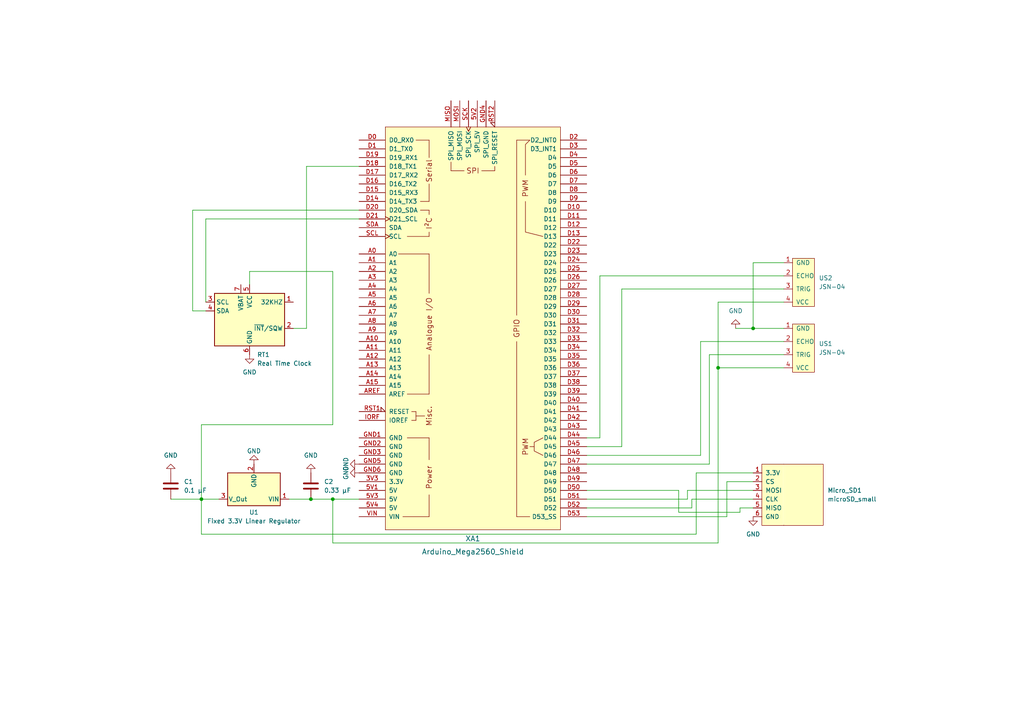
<source format=kicad_sch>
(kicad_sch (version 20230121) (generator eeschema)
  (paper "A4")
  (lib_symbols
    (symbol "ARTS-Lab:HCSR04" (pin_names (offset 1.016))
      (property "Reference" "Ultrasonic_sensor" (at 0 2.54 0))
      (property "Value" "HCSR04" (at 0 3.81 0))
      (symbol "HCSR04_0_1"
        (rectangle (start -7.62 1.27) (end 6.35 -5.08) (fill (type background)))
      )
      (symbol "HCSR04_1_1"
        (pin passive line (at -6.35 -7.62 90) (length 2.54) (name "GND") (number "1"))
        (pin passive line (at -2.54 -7.62 90) (length 2.54) (name "ECHO") (number "2"))
        (pin passive line (at 1.27 -7.62 90) (length 2.54) (name "TRIG") (number "3"))
        (pin passive line (at 5.08 -7.62 90) (length 2.54) (name "VCC") (number "4"))
      )
    )
    (symbol "ARTS-Lab:microSD_small" (pin_names (offset 1.016))
      (property "Reference" "Micro_SD" (at 0 -7.62 0))
      (property "Value" "microSD_small" (at 0 -3.81 0))
      (symbol "microSD_small_0_1"
        (polyline (pts (xy -8.89 -11.43) (xy -8.89 -17.78) (xy 8.89 -17.78) (xy 8.89 -11.43)) (fill (type background)))
        (polyline (pts (xy -8.89 -11.43) (xy -8.89 0) (xy 8.89 0) (xy 8.89 -11.43)) (fill (type background)))
      )
      (symbol "microSD_small_1_1"
        (pin input line (at -6.35 -20.32 90) (length 2.54) (name "3.3V") (number "1"))
        (pin input line (at -3.81 -20.32 90) (length 2.54) (name "CS") (number "2"))
        (pin input line (at -1.27 -20.32 90) (length 2.54) (name "MOSI") (number "3"))
        (pin input line (at 1.27 -20.32 90) (length 2.54) (name "CLK") (number "4"))
        (pin input line (at 3.81 -20.32 90) (length 2.54) (name "MISO") (number "5"))
        (pin input line (at 6.35 -20.32 90) (length 2.54) (name "GND") (number "6"))
      )
    )
    (symbol "Arduino_Boards:Arduino_Mega2560_Shield" (pin_names (offset 1.016))
      (property "Reference" "XA" (at 2.54 0 90))
      (property "Value" "Arduino_Mega2560_Shield" (at -2.54 0 90))
      (symbol "Arduino_Mega2560_Shield_0_0"
        (rectangle (start -25.4 -58.42) (end 25.4 58.42) (fill (type background)))
        (rectangle (start -20.32 -54.61) (end -12.7 -54.61))
        (rectangle (start -19.05 -31.75) (end -12.7 -31.75))
        (rectangle (start -19.05 -19.05) (end -12.7 -19.05))
        (rectangle (start -19.05 26.67) (end -12.7 26.67))
        (rectangle (start -17.78 -26.67) (end -16.51 -26.67))
        (rectangle (start -17.78 -24.13) (end -16.51 -24.13))
        (rectangle (start -16.51 -25.4) (end -13.97 -25.4))
        (rectangle (start -16.51 -24.13) (end -16.51 -26.67))
        (rectangle (start -16.51 54.61) (end -12.7 54.61))
        (rectangle (start -15.24 34.29) (end -12.7 34.29))
        (rectangle (start -15.24 36.83) (end -12.7 36.83))
        (rectangle (start -12.7 -54.61) (end -12.7 -48.26))
        (rectangle (start -12.7 -31.75) (end -12.7 -38.1))
        (rectangle (start -12.7 26.67) (end -12.7 27.94))
        (rectangle (start -12.7 34.29) (end -12.7 33.02))
        (rectangle (start -12.7 41.91) (end -12.7 36.83))
        (rectangle (start -12.7 49.53) (end -12.7 54.61))
        (rectangle (start -6.35 48.26) (end -6.35 45.72))
        (rectangle (start -2.54 45.72) (end -6.35 45.72))
        (polyline (pts (xy -21.59 21.59) (xy -12.7 21.59)))
        (polyline (pts (xy -12.7 -19.05) (xy -12.7 -7.62)))
        (polyline (pts (xy -12.7 10.16) (xy -12.7 21.59)))
        (polyline (pts (xy 12.7 -54.61) (xy 16.51 -54.61)))
        (polyline (pts (xy 12.7 54.61) (xy 16.51 54.61)))
        (polyline (pts (xy 17.78 -34.29) (xy 16.51 -34.29)))
        (polyline (pts (xy 15.24 36.83) (xy 15.24 27.94) (xy 20.32 26.67)))
        (polyline (pts (xy 15.24 44.45) (xy 15.24 53.34) (xy 16.51 54.61)))
        (polyline (pts (xy 20.32 -31.75) (xy 17.78 -33.02) (xy 17.78 -35.56) (xy 20.32 -36.83)))
        (rectangle (start 6.35 45.72) (end 2.54 45.72))
        (rectangle (start 6.35 46.99) (end 6.35 45.72))
        (text "Analogue I/O" (at -12.7 1.27 900) (effects (font (size 1.524 1.524))))
        (text "I²C" (at -12.7 30.48 900) (effects (font (size 1.524 1.524))))
        (text "Misc." (at -12.7 -25.4 900) (effects (font (size 1.524 1.524))))
        (text "Power" (at -12.7 -43.18 900) (effects (font (size 1.524 1.524))))
        (text "PWM" (at 15.24 -34.29 900) (effects (font (size 1.524 1.524))))
        (text "PWM" (at 15.24 40.64 900) (effects (font (size 1.524 1.524))))
        (text "Serial" (at -12.7 45.72 900) (effects (font (size 1.524 1.524))))
        (text "SPI" (at 0 45.72 0) (effects (font (size 1.524 1.524))))
      )
      (symbol "Arduino_Mega2560_Shield_1_0"
        (rectangle (start 12.7 -54.61) (end 12.7 -3.81))
        (rectangle (start 12.7 54.61) (end 12.7 3.81))
        (text "GPIO" (at 12.7 0 900) (effects (font (size 1.524 1.524))))
      )
      (symbol "Arduino_Mega2560_Shield_1_1"
        (pin power_in line (at -33.02 -44.45 0) (length 7.62) (name "3.3V") (number "3V3"))
        (pin power_in line (at -33.02 -46.99 0) (length 7.62) (name "5V") (number "5V1"))
        (pin power_in line (at 1.27 66.04 270) (length 7.62) (name "SPI_5V") (number "5V2"))
        (pin power_in line (at -33.02 -49.53 0) (length 7.62) (name "5V") (number "5V3"))
        (pin power_in line (at -33.02 -52.07 0) (length 7.62) (name "5V") (number "5V4"))
        (pin bidirectional line (at -33.02 21.59 0) (length 7.62) (name "A0") (number "A0"))
        (pin bidirectional line (at -33.02 19.05 0) (length 7.62) (name "A1") (number "A1"))
        (pin bidirectional line (at -33.02 -3.81 0) (length 7.62) (name "A10") (number "A10"))
        (pin bidirectional line (at -33.02 -6.35 0) (length 7.62) (name "A11") (number "A11"))
        (pin bidirectional line (at -33.02 -8.89 0) (length 7.62) (name "A12") (number "A12"))
        (pin bidirectional line (at -33.02 -11.43 0) (length 7.62) (name "A13") (number "A13"))
        (pin bidirectional line (at -33.02 -13.97 0) (length 7.62) (name "A14") (number "A14"))
        (pin bidirectional line (at -33.02 -16.51 0) (length 7.62) (name "A15") (number "A15"))
        (pin bidirectional line (at -33.02 16.51 0) (length 7.62) (name "A2") (number "A2"))
        (pin bidirectional line (at -33.02 13.97 0) (length 7.62) (name "A3") (number "A3"))
        (pin bidirectional line (at -33.02 11.43 0) (length 7.62) (name "A4") (number "A4"))
        (pin bidirectional line (at -33.02 8.89 0) (length 7.62) (name "A5") (number "A5"))
        (pin bidirectional line (at -33.02 6.35 0) (length 7.62) (name "A6") (number "A6"))
        (pin bidirectional line (at -33.02 3.81 0) (length 7.62) (name "A7") (number "A7"))
        (pin bidirectional line (at -33.02 1.27 0) (length 7.62) (name "A8") (number "A8"))
        (pin bidirectional line (at -33.02 -1.27 0) (length 7.62) (name "A9") (number "A9"))
        (pin input line (at -33.02 -19.05 0) (length 7.62) (name "AREF") (number "AREF"))
        (pin bidirectional line (at -33.02 54.61 0) (length 7.62) (name "D0_RX0") (number "D0"))
        (pin bidirectional line (at -33.02 52.07 0) (length 7.62) (name "D1_TX0") (number "D1"))
        (pin bidirectional line (at 33.02 34.29 180) (length 7.62) (name "D10") (number "D10"))
        (pin bidirectional line (at 33.02 31.75 180) (length 7.62) (name "D11") (number "D11"))
        (pin bidirectional line (at 33.02 29.21 180) (length 7.62) (name "D12") (number "D12"))
        (pin bidirectional line (at 33.02 26.67 180) (length 7.62) (name "D13") (number "D13"))
        (pin bidirectional line (at -33.02 36.83 0) (length 7.62) (name "D14_TX3") (number "D14"))
        (pin bidirectional line (at -33.02 39.37 0) (length 7.62) (name "D15_RX3") (number "D15"))
        (pin bidirectional line (at -33.02 41.91 0) (length 7.62) (name "D16_TX2") (number "D16"))
        (pin bidirectional line (at -33.02 44.45 0) (length 7.62) (name "D17_RX2") (number "D17"))
        (pin bidirectional line (at -33.02 46.99 0) (length 7.62) (name "D18_TX1") (number "D18"))
        (pin bidirectional line (at -33.02 49.53 0) (length 7.62) (name "D19_RX1") (number "D19"))
        (pin bidirectional line (at 33.02 54.61 180) (length 7.62) (name "D2_INT0") (number "D2"))
        (pin bidirectional line (at -33.02 34.29 0) (length 7.62) (name "D20_SDA") (number "D20"))
        (pin bidirectional clock (at -33.02 31.75 0) (length 7.62) (name "D21_SCL") (number "D21"))
        (pin bidirectional line (at 33.02 24.13 180) (length 7.62) (name "D22") (number "D22"))
        (pin bidirectional line (at 33.02 21.59 180) (length 7.62) (name "D23") (number "D23"))
        (pin bidirectional line (at 33.02 19.05 180) (length 7.62) (name "D24") (number "D24"))
        (pin bidirectional line (at 33.02 16.51 180) (length 7.62) (name "D25") (number "D25"))
        (pin bidirectional line (at 33.02 13.97 180) (length 7.62) (name "D26") (number "D26"))
        (pin bidirectional line (at 33.02 11.43 180) (length 7.62) (name "D27") (number "D27"))
        (pin bidirectional line (at 33.02 8.89 180) (length 7.62) (name "D28") (number "D28"))
        (pin bidirectional line (at 33.02 6.35 180) (length 7.62) (name "D29") (number "D29"))
        (pin bidirectional line (at 33.02 52.07 180) (length 7.62) (name "D3_INT1") (number "D3"))
        (pin bidirectional line (at 33.02 3.81 180) (length 7.62) (name "D30") (number "D30"))
        (pin bidirectional line (at 33.02 1.27 180) (length 7.62) (name "D31") (number "D31"))
        (pin bidirectional line (at 33.02 -1.27 180) (length 7.62) (name "D32") (number "D32"))
        (pin bidirectional line (at 33.02 -3.81 180) (length 7.62) (name "D33") (number "D33"))
        (pin bidirectional line (at 33.02 -6.35 180) (length 7.62) (name "D34") (number "D34"))
        (pin bidirectional line (at 33.02 -8.89 180) (length 7.62) (name "D35") (number "D35"))
        (pin bidirectional line (at 33.02 -11.43 180) (length 7.62) (name "D36") (number "D36"))
        (pin bidirectional line (at 33.02 -13.97 180) (length 7.62) (name "D37") (number "D37"))
        (pin bidirectional line (at 33.02 -16.51 180) (length 7.62) (name "D38") (number "D38"))
        (pin bidirectional line (at 33.02 -19.05 180) (length 7.62) (name "D39") (number "D39"))
        (pin bidirectional line (at 33.02 49.53 180) (length 7.62) (name "D4") (number "D4"))
        (pin bidirectional line (at 33.02 -21.59 180) (length 7.62) (name "D40") (number "D40"))
        (pin bidirectional line (at 33.02 -24.13 180) (length 7.62) (name "D41") (number "D41"))
        (pin bidirectional line (at 33.02 -26.67 180) (length 7.62) (name "D42") (number "D42"))
        (pin bidirectional line (at 33.02 -29.21 180) (length 7.62) (name "D43") (number "D43"))
        (pin bidirectional line (at 33.02 -31.75 180) (length 7.62) (name "D44") (number "D44"))
        (pin bidirectional line (at 33.02 -34.29 180) (length 7.62) (name "D45") (number "D45"))
        (pin bidirectional line (at 33.02 -36.83 180) (length 7.62) (name "D46") (number "D46"))
        (pin bidirectional line (at 33.02 -39.37 180) (length 7.62) (name "D47") (number "D47"))
        (pin bidirectional line (at 33.02 -41.91 180) (length 7.62) (name "D48") (number "D48"))
        (pin bidirectional line (at 33.02 -44.45 180) (length 7.62) (name "D49") (number "D49"))
        (pin bidirectional line (at 33.02 46.99 180) (length 7.62) (name "D5") (number "D5"))
        (pin bidirectional line (at 33.02 -46.99 180) (length 7.62) (name "D50") (number "D50"))
        (pin bidirectional line (at 33.02 -49.53 180) (length 7.62) (name "D51") (number "D51"))
        (pin bidirectional line (at 33.02 -52.07 180) (length 7.62) (name "D52") (number "D52"))
        (pin bidirectional line (at 33.02 -54.61 180) (length 7.62) (name "D53_SS") (number "D53"))
        (pin bidirectional line (at 33.02 44.45 180) (length 7.62) (name "D6") (number "D6"))
        (pin bidirectional line (at 33.02 41.91 180) (length 7.62) (name "D7") (number "D7"))
        (pin bidirectional line (at 33.02 39.37 180) (length 7.62) (name "D8") (number "D8"))
        (pin bidirectional line (at 33.02 36.83 180) (length 7.62) (name "D9") (number "D9"))
        (pin power_in line (at -33.02 -31.75 0) (length 7.62) (name "GND") (number "GND1"))
        (pin power_in line (at -33.02 -34.29 0) (length 7.62) (name "GND") (number "GND2"))
        (pin power_in line (at -33.02 -36.83 0) (length 7.62) (name "GND") (number "GND3"))
        (pin power_in line (at 3.81 66.04 270) (length 7.62) (name "SPI_GND") (number "GND4"))
        (pin power_in line (at -33.02 -39.37 0) (length 7.62) (name "GND") (number "GND5"))
        (pin power_in line (at -33.02 -41.91 0) (length 7.62) (name "GND") (number "GND6"))
        (pin output line (at -33.02 -26.67 0) (length 7.62) (name "IOREF") (number "IORF"))
        (pin input line (at -6.35 66.04 270) (length 7.62) (name "SPI_MISO") (number "MISO"))
        (pin output line (at -3.81 66.04 270) (length 7.62) (name "SPI_MOSI") (number "MOSI"))
        (pin open_collector input_low (at -33.02 -24.13 0) (length 7.62) (name "RESET") (number "RST1"))
        (pin open_collector input_low (at 6.35 66.04 270) (length 7.62) (name "SPI_RESET") (number "RST2"))
        (pin output clock (at -1.27 66.04 270) (length 7.62) (name "SPI_SCK") (number "SCK"))
        (pin bidirectional clock (at -33.02 26.67 0) (length 7.62) (name "SCL") (number "SCL"))
        (pin bidirectional line (at -33.02 29.21 0) (length 7.62) (name "SDA") (number "SDA"))
        (pin power_in line (at -33.02 -54.61 0) (length 7.62) (name "VIN") (number "VIN"))
      )
    )
    (symbol "Device:C" (pin_numbers hide) (pin_names (offset 0.254))
      (property "Reference" "C" (at 0.635 2.54 0))
      (property "Value" "C" (at 0.635 -2.54 0))
      (symbol "C_0_1"
        (polyline (pts (xy -2.032 -0.762) (xy 2.032 -0.762)) (stroke (width 0.508)))
        (polyline (pts (xy -2.032 0.762) (xy 2.032 0.762)) (stroke (width 0.508)))
      )
      (symbol "C_1_1"
        (pin passive line (at 0 3.81 270) (length 2.794) (name "~") (number "1"))
        (pin passive line (at 0 -3.81 90) (length 2.794) (name "~") (number "2"))
      )
    )
    (symbol "GND_1" (power) (pin_names (offset 0))
      (property "Value" "GND_1" (at 0 -3.81 0))
      (symbol "GND_1_0_1"
        (polyline (pts (xy 0 0) (xy 0 -1.27) (xy 1.27 -1.27) (xy 0 -2.54) (xy -1.27 -1.27) (xy 0 -1.27)))
      )
      (symbol "GND_1_1_1"
        (pin power_in line (at 0 0 270) (length 0) hide (name "GND") (number "1"))
      )
    )
    (symbol "RTC Breakout Module:DS3232M"
      (property "Reference" "U" (at -7.62 8.89 0))
      (property "Value" "DS3232M" (at 10.16 8.89 0))
      (symbol "DS3232M_0_1"
        (rectangle (start -10.16 7.62) (end 10.16 -7.62) (stroke (width 0.254)) (fill (type background)))
      )
      (symbol "DS3232M_1_1"
        (pin output line (at 12.7 5.08 180) (length 2.54) (name "32KHZ") (number "1"))
        (pin open_collector line (at 12.7 -2.54 180) (length 2.54) (name "~{INT}/SQW") (number "2"))
        (pin input line (at -12.7 5.08 0) (length 2.54) (name "SCL") (number "3"))
        (pin bidirectional line (at -12.7 2.54 0) (length 2.54) (name "SDA") (number "4"))
        (pin power_in line (at 0 10.16 270) (length 2.54) (name "VCC") (number "5"))
        (pin power_in line (at 0 -10.16 90) (length 2.54) (name "GND") (number "6"))
        (pin power_in line (at -2.54 10.16 270) (length 2.54) (name "VBAT") (number "7"))
      )
    )
    (symbol "Regulator_Linear:TC2014-3.3VxCTTR" (pin_names (offset 0.254))
      (property "Reference" "U1" (at 0 6.35 0))
      (property "Value" "Fixed 3.3V Linear Regulator" (at 0 8.89 0))
      (symbol "TC2014-3.3VxCTTR_0_1"
        (rectangle (start -7.62 -5.08) (end 7.62 4.445) (stroke (width 0.254)) (fill (type background)))
      )
      (symbol "TC2014-3.3VxCTTR_1_1"
        (pin power_in line (at -10.16 2.54 0) (length 2.54) (name "VIN") (number "1"))
        (pin power_in line (at 0 -7.62 90) (length 2.54) (name "GND") (number "2"))
        (pin power_out line (at 10.16 2.54 180) (length 2.54) (name "V_Out") (number "3"))
      )
    )
    (symbol "power:GND" (power) (pin_names (offset 0))
      (property "Value" "GND" (at 0 -3.81 0))
      (symbol "GND_0_1"
        (polyline (pts (xy 0 0) (xy 0 -1.27) (xy 1.27 -1.27) (xy 0 -2.54) (xy -1.27 -1.27) (xy 0 -1.27)))
      )
      (symbol "GND_1_1"
        (pin power_in line (at 0 0 270) (length 0) hide (name "GND") (number "1"))
      )
    )
  )
  (junction (at 218.44 95.25))
  (junction (at 58.42 144.78))
  (junction (at 208.28 106.68))
  (junction (at 96.52 144.78))
  (junction (at 90.17 144.78))
  (wire (pts (xy 58.42 123.19) (xy 58.42 144.78)))
  (wire (pts (xy 203.2 99.06) (xy 203.2 132.08)))
  (wire (pts (xy 196.85 142.24) (xy 196.85 148.59)))
  (wire (pts (xy 59.69 63.5) (xy 104.14 63.5)))
  (wire (pts (xy 59.69 63.5) (xy 59.69 87.63)))
  (wire (pts (xy 88.9 95.25) (xy 88.9 48.26)))
  (wire (pts (xy 170.18 147.32) (xy 200.66 147.32)))
  (wire (pts (xy 203.2 132.08) (xy 170.18 132.08)))
  (wire (pts (xy 90.17 144.78) (xy 96.52 144.78)))
  (wire (pts (xy 199.39 142.24) (xy 218.44 142.24)))
  (wire (pts (xy 227.33 99.06) (xy 203.2 99.06)))
  (wire (pts (xy 214.63 148.59) (xy 214.63 147.32)))
  (wire (pts (xy 213.36 95.25) (xy 218.44 95.25)))
  (wire (pts (xy 218.44 76.2) (xy 218.44 95.25)))
  (wire (pts (xy 55.88 60.96) (xy 55.88 90.17)))
  (wire (pts (xy 205.74 134.62) (xy 170.18 134.62)))
  (wire (pts (xy 55.88 90.17) (xy 59.69 90.17)))
  (wire (pts (xy 196.85 148.59) (xy 214.63 148.59)))
  (wire (pts (xy 214.63 147.32) (xy 218.44 147.32)))
  (wire (pts (xy 170.18 149.86) (xy 210.82 149.86)))
  (wire (pts (xy 72.39 78.74) (xy 72.39 82.55)))
  (wire (pts (xy 210.82 149.86) (xy 210.82 139.7)))
  (wire (pts (xy 205.74 102.87) (xy 205.74 134.62)))
  (wire (pts (xy 227.33 102.87) (xy 205.74 102.87)))
  (wire (pts (xy 201.93 154.94) (xy 58.42 154.94)))
  (wire (pts (xy 208.28 106.68) (xy 227.33 106.68)))
  (wire (pts (xy 227.33 83.82) (xy 180.34 83.82)))
  (wire (pts (xy 170.18 142.24) (xy 196.85 142.24)))
  (wire (pts (xy 170.18 144.78) (xy 199.39 144.78)))
  (wire (pts (xy 208.28 157.48) (xy 208.28 106.68)))
  (wire (pts (xy 55.88 60.96) (xy 104.14 60.96)))
  (wire (pts (xy 173.99 80.01) (xy 173.99 127)))
  (wire (pts (xy 180.34 83.82) (xy 180.34 129.54)))
  (wire (pts (xy 173.99 127) (xy 170.18 127)))
  (wire (pts (xy 199.39 144.78) (xy 199.39 142.24)))
  (wire (pts (xy 218.44 95.25) (xy 227.33 95.25)))
  (wire (pts (xy 180.34 129.54) (xy 170.18 129.54)))
  (wire (pts (xy 227.33 87.63) (xy 208.28 87.63)))
  (wire (pts (xy 96.52 123.19) (xy 58.42 123.19)))
  (wire (pts (xy 96.52 144.78) (xy 96.52 157.48)))
  (wire (pts (xy 96.52 78.74) (xy 96.52 123.19)))
  (wire (pts (xy 210.82 139.7) (xy 218.44 139.7)))
  (wire (pts (xy 218.44 137.16) (xy 201.93 137.16)))
  (wire (pts (xy 96.52 157.48) (xy 208.28 157.48)))
  (wire (pts (xy 58.42 144.78) (xy 58.42 154.94)))
  (wire (pts (xy 49.53 144.78) (xy 58.42 144.78)))
  (wire (pts (xy 72.39 78.74) (xy 96.52 78.74)))
  (wire (pts (xy 85.09 95.25) (xy 88.9 95.25)))
  (wire (pts (xy 218.44 76.2) (xy 227.33 76.2)))
  (wire (pts (xy 88.9 48.26) (xy 104.14 48.26)))
  (wire (pts (xy 83.82 144.78) (xy 90.17 144.78)))
  (wire (pts (xy 200.66 147.32) (xy 200.66 144.78)))
  (wire (pts (xy 227.33 80.01) (xy 173.99 80.01)))
  (wire (pts (xy 201.93 137.16) (xy 201.93 154.94)))
  (wire (pts (xy 200.66 144.78) (xy 218.44 144.78)))
  (wire (pts (xy 96.52 144.78) (xy 104.14 144.78)))
  (wire (pts (xy 208.28 87.63) (xy 208.28 106.68)))
  (wire (pts (xy 58.42 144.78) (xy 63.5 144.78)))
  (symbol (lib_id "power:GND") (at 73.66 134.62 180) (unit 1)
    (property "Reference" "#PWR05" (effects hide))
    (property "Value" "GND" (at 73.66 130.81 0))
  )
  (symbol (lib_id "Device:C") (at 49.53 140.97 0) (unit 1)
    (property "Reference" "C1" (at 53.34 139.7 0) (effects (justify left)))
    (property "Value" "0.1 µF" (at 53.34 142.24 0) (effects (justify left)))
    (property "Footprint" "Capacitor_SMD:C_1206_3216Metric" (effects hide))
    (property "Datasheet" "https://mm.digikey.com/Volume0/opasdata/d220001/medias/docus/1256/CL31B104KBCNNNC_Spec.pdf" (effects hide))
  )
  (symbol (lib_name "GND_1") (lib_id "power:GND") (at 72.39 102.87 0) (unit 1)
    (property "Reference" "#PWR02" (effects hide))
    (property "Value" "GND" (at 72.39 107.95 0))
  )
  (symbol (lib_id "power:GND") (at 218.44 149.86 0) (unit 1)
    (property "Reference" "#PWR010" (effects hide))
    (property "Value" "GND" (at 218.44 154.94 0))
  )
  (symbol (lib_id "ARTS-Lab:HCSR04") (at 234.95 101.6 270) (unit 1)
    (property "Reference" "US1" (at 237.49 99.6949 90) (effects (justify left)))
    (property "Value" "JSN-04" (at 237.49 102.2349 90) (effects (justify left)))
    (property "Footprint" "Connector_PinSocket_2.54mm:PinSocket_1x04_P2.54mm_Vertical" (effects hide))
    (property "Datasheet" "https://www.amazon.com/Integrated-Transducer-Ultrasonic-Waterproof-JSN-SR04T-V3-0/dp/B0C73XZRFQ/ref=sr_1_1?dib=eyJ2IjoiMSJ9.CcGF7zhYu5UTRvPHSp0fKw.b_M9nUTeMx9PCjV7ni0vM5BVvQIfTn5J5e64L5-9o8s&dib_tag=se&keywords=B0C73XZRFQ&qid=1715352274&sr=8-1" (effects hide))
  )
  (symbol (lib_id "power:GND") (at 104.14 134.62 270) (unit 1)
    (property "Reference" "#PWR08" (effects hide))
    (property "Value" "GND" (at 100.33 134.62 0))
  )
  (symbol (lib_id "Device:C") (at 90.17 140.97 0) (unit 1)
    (property "Reference" "C2" (at 93.98 139.7 0) (effects (justify left)))
    (property "Value" "0.33 µF" (at 93.98 142.24 0) (effects (justify left)))
    (property "Footprint" "Capacitor_SMD:C_1206_3216Metric" (effects hide))
    (property "Datasheet" "https://www.samsungsem.com/resources/file/global/support/product_catalog/MLCC.pdf" (effects hide))
  )
  (symbol (lib_id "Regulator_Linear:TC2014-3.3VxCTTR") (at 73.66 142.24 180) (unit 1)
    (property "Reference" "U1" (at 73.66 148.59 0))
    (property "Value" "Fixed 3.3V Linear Regulator" (at 73.66 151.13 0))
    (property "Footprint" "Package_TO_SOT_SMD:TO-252-3_TabPin2" (effects hide))
    (property "Datasheet" "https://www.ti.com/lit/ds/slvs059u/slvs059u.pdf?ts=1720791929813" (effects hide))
  )
  (symbol (lib_id "Arduino_Boards:Arduino_Mega2560_Shield") (at 137.16 95.25 0) (unit 1)
    (property "Reference" "XA1" (at 137.16 156.21 0) (effects (font (size 1.524 1.524))))
    (property "Value" "Arduino_Mega2560_Shield" (at 137.16 160.02 0) (effects (font (size 1.524 1.524))))
    (property "Footprint" "PCM_arduino-library:Arduino_Mega2560_R3_Shield" (effects hide))
    (property "Datasheet" "https://store.arduino.cc/arduino-mega-2560-rev3" (effects hide))
  )
  (symbol (lib_id "power:GND") (at 49.53 137.16 180) (unit 1)
    (property "Reference" "#PWR01" (effects hide))
    (property "Value" "GND" (at 49.53 132.08 0))
  )
  (symbol (lib_id "power:GND") (at 213.36 95.25 180) (unit 1)
    (property "Reference" "#PWR011" (effects hide))
    (property "Value" "GND" (at 213.36 90.17 0))
  )
  (symbol (lib_id "power:GND") (at 104.14 137.16 270) (unit 1)
    (property "Reference" "#PWR09" (effects hide))
    (property "Value" "GND" (at 100.33 137.16 0))
  )
  (symbol (lib_id "ARTS-Lab:HCSR04") (at 234.95 82.55 270) (unit 1)
    (property "Reference" "US2" (at 237.49 80.6449 90) (effects (justify left)))
    (property "Value" "JSN-04" (at 237.49 83.1849 90) (effects (justify left)))
    (property "Footprint" "Connector_PinSocket_2.54mm:PinSocket_1x04_P2.54mm_Vertical" (effects hide))
    (property "Datasheet" "https://www.amazon.com/Integrated-Transducer-Ultrasonic-Waterproof-JSN-SR04T-V3-0/dp/B0C73XZRFQ/ref=sr_1_1?dib=eyJ2IjoiMSJ9.CcGF7zhYu5UTRvPHSp0fKw.b_M9nUTeMx9PCjV7ni0vM5BVvQIfTn5J5e64L5-9o8s&dib_tag=se&keywords=B0C73XZRFQ&qid=1715352274&sr=8-1" (effects hide))
  )
  (symbol (lib_id "ARTS-Lab:microSD_small") (at 238.76 143.51 270) (unit 1)
    (property "Reference" "Micro_SD1" (at 240.03 142.2399 90) (effects (justify left)))
    (property "Value" "microSD_small" (at 240.03 144.7799 90) (effects (justify left)))
    (property "Footprint" "Connector_PinSocket_2.54mm:PinSocket_1x06_P2.54mm_Vertical" (effects hide))
  )
  (symbol (lib_id "power:GND") (at 90.17 137.16 180) (unit 1)
    (property "Reference" "#PWR07" (effects hide))
    (property "Value" "GND" (at 90.17 132.08 0))
  )
  (symbol (lib_id "RTC Breakout Module:DS3232M") (at 72.39 92.71 0) (unit 1)
    (property "Reference" "RT1" (at 74.5841 102.87 0) (effects (justify left)))
    (property "Value" "Real Time Clock" (at 74.5841 105.41 0) (effects (justify left)))
    (property "Footprint" "Connector_PinSocket_2.54mm:PinSocket_1x06_P2.54mm_Vertical" (effects hide))
    (property "Datasheet" "https://www.amazon.com/AOICRIE-AT24C32-Arduino-Without-Battery/dp/B08XQ8TT7Z" (effects hide))
  )
)
</source>
